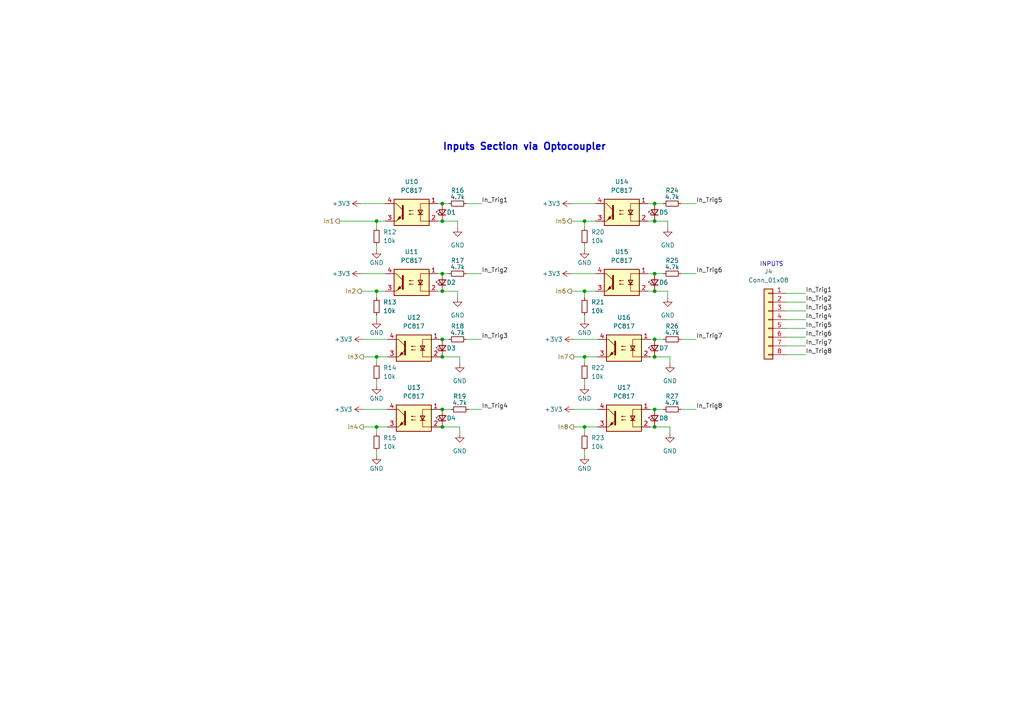
<source format=kicad_sch>
(kicad_sch (version 20231120) (generator "eeschema") (generator_version "8.0")
  (paper "A4")
  (title_block (title "Industrial Input Device") (date "2023-02-04") (rev "v01") (company "Pekaway") (comment 1 "Checked by:  Karl ") (comment 2 "Designed by: Simon ") (comment 3 "Project Lead: Karl ") (comment 4 "Industrial Input Device"))
  (lib_symbols
    (symbol "Connector_Generic:Conn_01x08" (pin_names (offset 1.016) hide)
      (property "Reference" "J" (at 0 10.16 0))
      (property "Value" "Conn_01x08" (at 0 -12.7 0))
      (symbol "Conn_01x08_1_1"
        (rectangle (start -1.27 -10.033) (end 0 -10.287) (stroke (width 0.1524)))
        (rectangle (start -1.27 -7.493) (end 0 -7.747) (stroke (width 0.1524)))
        (rectangle (start -1.27 -4.953) (end 0 -5.207) (stroke (width 0.1524)))
        (rectangle (start -1.27 -2.413) (end 0 -2.667) (stroke (width 0.1524)))
        (rectangle (start -1.27 0.127) (end 0 -0.127) (stroke (width 0.1524)))
        (rectangle (start -1.27 2.667) (end 0 2.413) (stroke (width 0.1524)))
        (rectangle (start -1.27 5.207) (end 0 4.953) (stroke (width 0.1524)))
        (rectangle (start -1.27 7.747) (end 0 7.493) (stroke (width 0.1524)))
        (rectangle (start -1.27 8.89) (end 1.27 -11.43) (stroke (width 0.254)) (fill (type background)))
        (pin passive line (at -5.08 7.62 0) (length 3.81) (name "Pin_1") (number "1"))
        (pin passive line (at -5.08 5.08 0) (length 3.81) (name "Pin_2") (number "2"))
        (pin passive line (at -5.08 2.54 0) (length 3.81) (name "Pin_3") (number "3"))
        (pin passive line (at -5.08 0 0) (length 3.81) (name "Pin_4") (number "4"))
        (pin passive line (at -5.08 -2.54 0) (length 3.81) (name "Pin_5") (number "5"))
        (pin passive line (at -5.08 -5.08 0) (length 3.81) (name "Pin_6") (number "6"))
        (pin passive line (at -5.08 -7.62 0) (length 3.81) (name "Pin_7") (number "7"))
        (pin passive line (at -5.08 -10.16 0) (length 3.81) (name "Pin_8") (number "8"))
      )
    )
    (symbol "Device:LED_Small" (pin_numbers hide) (pin_names (offset 0.254) hide)
      (property "Reference" "D" (at -1.27 3.175 0))
      (property "Value" "LED_Small" (at -4.445 -2.54 0))
      (symbol "LED_Small_0_1"
        (polyline (pts (xy -0.762 -1.016) (xy -0.762 1.016)) (stroke (width 0.254)))
        (polyline (pts (xy 1.016 0) (xy -0.762 0)))
        (polyline (pts (xy 0.762 -1.016) (xy -0.762 0) (xy 0.762 1.016) (xy 0.762 -1.016)) (stroke (width 0.254)))
        (polyline (pts (xy 0 0.762) (xy -0.508 1.27) (xy -0.254 1.27) (xy -0.508 1.27) (xy -0.508 1.016)))
        (polyline (pts (xy 0.508 1.27) (xy 0 1.778) (xy 0.254 1.778) (xy 0 1.778) (xy 0 1.524)))
      )
      (symbol "LED_Small_1_1"
        (pin passive line (at -2.54 0 0) (length 1.778) (name "K") (number "1"))
        (pin passive line (at 2.54 0 180) (length 1.778) (name "A") (number "2"))
      )
    )
    (symbol "Device:R_Small" (pin_numbers hide) (pin_names (offset 0.254) hide)
      (property "Reference" "R" (at 0.762 0.508 0))
      (property "Value" "R_Small" (at 0.762 -1.016 0))
      (symbol "R_Small_0_1"
        (rectangle (start -0.762 1.778) (end 0.762 -1.778) (stroke (width 0.2032)))
      )
      (symbol "R_Small_1_1"
        (pin passive line (at 0 2.54 270) (length 0.762) (name "~") (number "1"))
        (pin passive line (at 0 -2.54 90) (length 0.762) (name "~") (number "2"))
      )
    )
    (symbol "Isolator:PC817" (pin_names (offset 1.016))
      (property "Reference" "U" (at -5.08 5.08 0))
      (property "Value" "PC817" (at 0 5.08 0))
      (symbol "PC817_0_1"
        (rectangle (start -5.08 3.81) (end 5.08 -3.81) (stroke (width 0.254)) (fill (type background)))
        (polyline (pts (xy -3.175 -0.635) (xy -1.905 -0.635)) (stroke (width 0.254)))
        (polyline (pts (xy 2.54 0.635) (xy 4.445 2.54)))
        (polyline (pts (xy 4.445 -2.54) (xy 2.54 -0.635)) (fill (type outline)))
        (polyline (pts (xy 4.445 -2.54) (xy 5.08 -2.54)))
        (polyline (pts (xy 4.445 2.54) (xy 5.08 2.54)))
        (polyline (pts (xy -5.08 2.54) (xy -2.54 2.54) (xy -2.54 -0.635)))
        (polyline (pts (xy -2.54 -0.635) (xy -2.54 -2.54) (xy -5.08 -2.54)))
        (polyline (pts (xy 2.54 1.905) (xy 2.54 -1.905) (xy 2.54 -1.905)) (stroke (width 0.508)))
        (polyline (pts (xy -2.54 -0.635) (xy -3.175 0.635) (xy -1.905 0.635) (xy -2.54 -0.635)) (stroke (width 0.254)))
        (polyline (pts (xy -0.508 -0.508) (xy 0.762 -0.508) (xy 0.381 -0.635) (xy 0.381 -0.381) (xy 0.762 -0.508)))
        (polyline (pts (xy -0.508 0.508) (xy 0.762 0.508) (xy 0.381 0.381) (xy 0.381 0.635) (xy 0.762 0.508)))
        (polyline (pts (xy 3.048 -1.651) (xy 3.556 -1.143) (xy 4.064 -2.159) (xy 3.048 -1.651) (xy 3.048 -1.651)) (fill (type outline)))
      )
      (symbol "PC817_1_1"
        (pin passive line (at -7.62 2.54 0) (length 2.54) (name "~") (number "1"))
        (pin passive line (at -7.62 -2.54 0) (length 2.54) (name "~") (number "2"))
        (pin passive line (at 7.62 -2.54 180) (length 2.54) (name "~") (number "3"))
        (pin passive line (at 7.62 2.54 180) (length 2.54) (name "~") (number "4"))
      )
    )
    (symbol "power:+3V3" (power) (pin_names (offset 0))
      (property "Value" "+3V3" (at 0 3.556 0))
      (symbol "+3V3_0_1"
        (polyline (pts (xy -0.762 1.27) (xy 0 2.54)))
        (polyline (pts (xy 0 0) (xy 0 2.54)))
        (polyline (pts (xy 0 2.54) (xy 0.762 1.27)))
      )
      (symbol "+3V3_1_1"
        (pin power_in line (at 0 0 90) (length 0) hide (name "+3V3") (number "1"))
      )
    )
    (symbol "power:GND" (power) (pin_names (offset 0))
      (property "Value" "GND" (at 0 -3.81 0))
      (symbol "GND_0_1"
        (polyline (pts (xy 0 0) (xy 0 -1.27) (xy 1.27 -1.27) (xy 0 -2.54) (xy -1.27 -1.27) (xy 0 -1.27)))
      )
      (symbol "GND_1_1"
        (pin power_in line (at 0 0 270) (length 0) hide (name "GND") (number "1"))
      )
    )
  )
  (junction (at 189.865 64.135))
  (junction (at 128.27 118.745))
  (junction (at 169.545 103.505))
  (junction (at 169.545 84.455))
  (junction (at 109.22 84.455))
  (junction (at 128.27 79.375))
  (junction (at 189.865 84.455))
  (junction (at 189.865 98.425))
  (junction (at 128.27 103.505))
  (junction (at 128.27 98.425))
  (junction (at 189.865 79.375))
  (junction (at 189.865 123.825))
  (junction (at 109.22 103.505))
  (junction (at 109.22 64.135))
  (junction (at 189.865 59.055))
  (junction (at 109.22 123.825))
  (junction (at 128.27 64.135))
  (junction (at 169.545 64.135))
  (junction (at 128.27 59.055))
  (junction (at 128.27 123.825))
  (junction (at 128.27 84.455))
  (junction (at 189.865 103.505))
  (junction (at 189.865 118.745))
  (junction (at 169.545 123.825))
  (wire (pts (xy 109.22 84.455) (xy 104.775 84.455)))
  (wire (pts (xy 130.175 98.425) (xy 128.27 98.425)))
  (wire (pts (xy 172.72 79.375) (xy 165.735 79.375)))
  (wire (pts (xy 189.865 103.505) (xy 194.31 103.505)))
  (wire (pts (xy 109.22 71.12) (xy 109.22 72.39)))
  (wire (pts (xy 112.395 103.505) (xy 109.22 103.505)))
  (wire (pts (xy 172.72 59.055) (xy 165.735 59.055)))
  (wire (pts (xy 111.76 79.375) (xy 104.775 79.375)))
  (wire (pts (xy 192.405 98.425) (xy 189.865 98.425)))
  (wire (pts (xy 169.545 103.505) (xy 169.545 105.41)))
  (wire (pts (xy 98.425 64.135) (xy 109.22 64.135)))
  (wire (pts (xy 111.76 64.135) (xy 109.22 64.135)))
  (wire (pts (xy 128.27 84.455) (xy 132.715 84.455)))
  (wire (pts (xy 201.93 98.425) (xy 197.485 98.425)))
  (wire (pts (xy 201.93 79.375) (xy 197.485 79.375)))
  (wire (pts (xy 189.865 84.455) (xy 193.675 84.455)))
  (wire (pts (xy 127 64.135) (xy 128.27 64.135)))
  (wire (pts (xy 188.595 103.505) (xy 189.865 103.505)))
  (wire (pts (xy 192.405 79.375) (xy 189.865 79.375)))
  (wire (pts (xy 172.72 64.135) (xy 169.545 64.135)))
  (wire (pts (xy 227.965 85.09) (xy 233.68 85.09)))
  (wire (pts (xy 227.965 90.17) (xy 233.68 90.17)))
  (wire (pts (xy 189.865 59.055) (xy 187.96 59.055)))
  (wire (pts (xy 172.72 84.455) (xy 169.545 84.455)))
  (wire (pts (xy 132.715 84.455) (xy 132.715 86.36)))
  (wire (pts (xy 173.355 123.825) (xy 169.545 123.825)))
  (wire (pts (xy 139.7 59.055) (xy 135.255 59.055)))
  (wire (pts (xy 189.865 118.745) (xy 188.595 118.745)))
  (wire (pts (xy 227.965 95.25) (xy 233.68 95.25)))
  (wire (pts (xy 201.93 118.745) (xy 197.485 118.745)))
  (wire (pts (xy 169.545 91.44) (xy 169.545 92.71)))
  (wire (pts (xy 109.22 123.825) (xy 109.22 125.73)))
  (wire (pts (xy 227.965 87.63) (xy 233.68 87.63)))
  (wire (pts (xy 173.355 98.425) (xy 166.37 98.425)))
  (wire (pts (xy 111.76 59.055) (xy 104.775 59.055)))
  (wire (pts (xy 192.405 59.055) (xy 189.865 59.055)))
  (wire (pts (xy 227.965 92.71) (xy 233.68 92.71)))
  (wire (pts (xy 169.545 71.12) (xy 169.545 72.39)))
  (wire (pts (xy 128.27 103.505) (xy 133.35 103.505)))
  (wire (pts (xy 109.22 91.44) (xy 109.22 92.71)))
  (wire (pts (xy 109.22 110.49) (xy 109.22 111.76)))
  (wire (pts (xy 128.27 64.135) (xy 132.715 64.135)))
  (wire (pts (xy 169.545 64.135) (xy 165.735 64.135)))
  (wire (pts (xy 128.27 123.825) (xy 133.35 123.825)))
  (wire (pts (xy 130.175 79.375) (xy 128.27 79.375)))
  (wire (pts (xy 194.31 123.825) (xy 194.31 125.73)))
  (wire (pts (xy 139.7 79.375) (xy 135.255 79.375)))
  (wire (pts (xy 187.96 79.375) (xy 189.865 79.375)))
  (wire (pts (xy 201.93 59.055) (xy 197.485 59.055)))
  (wire (pts (xy 169.545 84.455) (xy 169.545 86.36)))
  (wire (pts (xy 109.22 84.455) (xy 109.22 86.36)))
  (wire (pts (xy 187.96 64.135) (xy 189.865 64.135)))
  (wire (pts (xy 112.395 118.745) (xy 105.41 118.745)))
  (wire (pts (xy 112.395 98.425) (xy 105.41 98.425)))
  (wire (pts (xy 132.715 64.135) (xy 132.715 66.04)))
  (wire (pts (xy 128.27 98.425) (xy 127.635 98.425)))
  (wire (pts (xy 111.76 84.455) (xy 109.22 84.455)))
  (wire (pts (xy 169.545 64.135) (xy 169.545 66.04)))
  (wire (pts (xy 173.355 118.745) (xy 166.37 118.745)))
  (wire (pts (xy 189.865 123.825) (xy 194.31 123.825)))
  (wire (pts (xy 169.545 84.455) (xy 165.735 84.455)))
  (wire (pts (xy 128.27 118.745) (xy 127.635 118.745)))
  (wire (pts (xy 127.635 103.505) (xy 128.27 103.505)))
  (wire (pts (xy 127.635 123.825) (xy 128.27 123.825)))
  (wire (pts (xy 130.81 118.745) (xy 128.27 118.745)))
  (wire (pts (xy 193.675 64.135) (xy 193.675 66.04)))
  (wire (pts (xy 169.545 110.49) (xy 169.545 111.76)))
  (wire (pts (xy 133.35 123.825) (xy 133.35 125.73)))
  (wire (pts (xy 128.27 59.055) (xy 130.175 59.055)))
  (wire (pts (xy 227.965 97.79) (xy 233.68 97.79)))
  (wire (pts (xy 169.545 130.81) (xy 169.545 132.08)))
  (wire (pts (xy 112.395 123.825) (xy 109.22 123.825)))
  (wire (pts (xy 139.7 118.745) (xy 135.89 118.745)))
  (wire (pts (xy 139.7 98.425) (xy 135.255 98.425)))
  (wire (pts (xy 187.96 84.455) (xy 189.865 84.455)))
  (wire (pts (xy 192.405 118.745) (xy 189.865 118.745)))
  (wire (pts (xy 227.965 100.33) (xy 233.68 100.33)))
  (wire (pts (xy 169.545 103.505) (xy 166.37 103.505)))
  (wire (pts (xy 169.545 123.825) (xy 169.545 125.73)))
  (wire (pts (xy 193.675 84.455) (xy 193.675 86.36)))
  (wire (pts (xy 133.35 103.505) (xy 133.35 105.41)))
  (wire (pts (xy 188.595 123.825) (xy 189.865 123.825)))
  (wire (pts (xy 127 59.055) (xy 128.27 59.055)))
  (wire (pts (xy 189.865 64.135) (xy 193.675 64.135)))
  (wire (pts (xy 194.31 103.505) (xy 194.31 105.41)))
  (wire (pts (xy 127 84.455) (xy 128.27 84.455)))
  (wire (pts (xy 173.355 103.505) (xy 169.545 103.505)))
  (wire (pts (xy 169.545 123.825) (xy 166.37 123.825)))
  (wire (pts (xy 109.22 103.505) (xy 105.41 103.505)))
  (wire (pts (xy 109.22 103.505) (xy 109.22 105.41)))
  (wire (pts (xy 227.965 102.87) (xy 233.68 102.87)))
  (wire (pts (xy 128.27 79.375) (xy 127 79.375)))
  (wire (pts (xy 109.22 123.825) (xy 105.41 123.825)))
  (wire (pts (xy 109.22 130.81) (xy 109.22 132.08)))
  (wire (pts (xy 189.865 98.425) (xy 188.595 98.425)))
  (wire (pts (xy 109.22 64.135) (xy 109.22 66.04)))
  (text "INPUTS" (at 220.345 77.47 0) (effects (font (size 1.27 1.27)) (justify left bottom)))
  (text "Inputs Section via Optocoupler" (at 175.895 43.815 0) (effects (font (size 2 2) (bold yes)) (justify right bottom)))
  (label "In_Trig4" (at 139.7 118.745 0))
  (label "In_Trig2" (at 233.68 87.63 0))
  (label "In_Trig7" (at 201.93 98.425 0))
  (label "In_Trig7" (at 233.68 100.33 0))
  (label "In_Trig3" (at 139.7 98.425 0))
  (label "In_Trig6" (at 201.93 79.375 0))
  (label "In_Trig6" (at 233.68 97.79 0))
  (label "In_Trig8" (at 201.93 118.745 0))
  (label "In_Trig3" (at 233.68 90.17 0))
  (label "In_Trig5" (at 201.93 59.055 0))
  (label "In_Trig2" (at 139.7 79.375 0))
  (label "In_Trig5" (at 233.68 95.25 0))
  (label "In_Trig1" (at 233.68 85.09 0))
  (label "In_Trig1" (at 139.7 59.055 0))
  (label "In_Trig4" (at 233.68 92.71 0))
  (label "In_Trig8" (at 233.68 102.87 0))
  (hierarchical_label "In7" (shape output) (at 166.37 103.505 180))
  (hierarchical_label "In4" (shape output) (at 105.41 123.825 180))
  (hierarchical_label "In2" (shape output) (at 104.775 84.455 180))
  (hierarchical_label "In6" (shape output) (at 165.735 84.455 180))
  (hierarchical_label "In8" (shape output) (at 166.37 123.825 180))
  (hierarchical_label "In5" (shape output) (at 165.735 64.135 180))
  (hierarchical_label "In3" (shape output) (at 105.41 103.505 180))
  (hierarchical_label "In1" (shape output) (at 98.425 64.135 180))
  (symbol (lib_id "Device:R_Small") (at 194.945 98.425 90) (unit 1)
    (property "Reference" "R26" (at 194.945 94.615 90))
    (property "Value" "4.7k" (at 194.945 96.52 90))
    (property "Footprint" "Resistor_SMD:R_0603_1608Metric" (effects (hide yes)))
  )
  (symbol (lib_id "Device:LED_Small") (at 189.865 100.965 90) (unit 1)
    (property "Reference" "D7" (at 191.135 100.965 90) (effects (justify right)))
    (property "Value" "LED_Small" (effects (hide yes)))
    (property "Footprint" "LED_SMD:LED_0603_1608Metric" (effects (hide yes)))
  )
  (symbol (lib_id "Isolator:PC817") (at 180.34 81.915 0) (mirror y) (unit 1)
    (property "Reference" "U15" (at 180.34 73.025 0))
    (property "Value" "PC817" (at 180.34 75.565 0))
    (property "Footprint" "Package_DIP:SMDIP-4_W7.62mm-updated" (effects (hide yes)))
    (property "Datasheet" "http://www.soselectronic.cz/a_info/resource/d/pc817.pdf" (effects (hide yes)))
  )
  (symbol (lib_id "Device:R_Small") (at 194.945 79.375 90) (unit 1)
    (property "Reference" "R25" (at 194.945 75.565 90))
    (property "Value" "4.7k" (at 194.945 77.47 90))
    (property "Footprint" "Resistor_SMD:R_0603_1608Metric" (effects (hide yes)))
  )
  (symbol (lib_id "power:GND") (at 109.22 92.71 0) (unit 1)
    (property "Reference" "#PWR038" (effects (hide yes)))
    (property "Value" "GND" (at 109.22 96.52 0))
  )
  (symbol (lib_id "power:GND") (at 109.22 111.76 0) (unit 1)
    (property "Reference" "#PWR039" (effects (hide yes)))
    (property "Value" "GND" (at 109.22 115.57 0))
  )
  (symbol (lib_id "Device:R_Small") (at 132.715 98.425 90) (unit 1)
    (property "Reference" "R18" (at 132.715 94.615 90))
    (property "Value" "4.7k" (at 132.715 96.52 90))
    (property "Footprint" "Resistor_SMD:R_0603_1608Metric" (effects (hide yes)))
  )
  (symbol (lib_id "power:+3V3") (at 166.37 118.745 90) (unit 1)
    (property "Reference" "#PWR048" (effects (hide yes)))
    (property "Value" "+3V3" (at 163.195 118.7449 90) (effects (justify left)))
  )
  (symbol (lib_id "power:GND") (at 194.31 125.73 0) (mirror y) (unit 1)
    (property "Reference" "#PWR056" (effects (hide yes)))
    (property "Value" "GND" (at 194.31 130.81 0))
  )
  (symbol (lib_id "Device:R_Small") (at 169.545 68.58 0) (unit 1)
    (property "Reference" "R20" (at 171.45 67.3099 0) (effects (justify left)))
    (property "Value" "10k" (at 171.45 69.8499 0) (effects (justify left)))
    (property "Footprint" "Resistor_SMD:R_0603_1608Metric" (effects (hide yes)))
  )
  (symbol (lib_id "Isolator:PC817") (at 180.34 61.595 0) (mirror y) (unit 1)
    (property "Reference" "U14" (at 180.34 52.705 0))
    (property "Value" "PC817" (at 180.34 55.245 0))
    (property "Footprint" "Package_DIP:SMDIP-4_W7.62mm-updated" (effects (hide yes)))
    (property "Datasheet" "http://www.soselectronic.cz/a_info/resource/d/pc817.pdf" (effects (hide yes)))
  )
  (symbol (lib_id "power:GND") (at 193.675 66.04 0) (mirror y) (unit 1)
    (property "Reference" "#PWR053" (effects (hide yes)))
    (property "Value" "GND" (at 193.675 71.12 0))
  )
  (symbol (lib_id "Device:R_Small") (at 132.715 79.375 90) (unit 1)
    (property "Reference" "R17" (at 132.715 75.565 90))
    (property "Value" "4.7k" (at 132.715 77.47 90))
    (property "Footprint" "Resistor_SMD:R_0603_1608Metric" (effects (hide yes)))
  )
  (symbol (lib_id "power:GND") (at 133.35 125.73 0) (mirror y) (unit 1)
    (property "Reference" "#PWR044" (effects (hide yes)))
    (property "Value" "GND" (at 133.35 130.81 0))
  )
  (symbol (lib_id "power:GND") (at 193.675 86.36 0) (mirror y) (unit 1)
    (property "Reference" "#PWR054" (effects (hide yes)))
    (property "Value" "GND" (at 193.675 91.44 0))
  )
  (symbol (lib_id "power:GND") (at 169.545 72.39 0) (unit 1)
    (property "Reference" "#PWR049" (effects (hide yes)))
    (property "Value" "GND" (at 169.545 76.2 0))
  )
  (symbol (lib_id "power:+3V3") (at 104.775 59.055 90) (unit 1)
    (property "Reference" "#PWR033" (effects (hide yes)))
    (property "Value" "+3V3" (at 101.6 59.0549 90) (effects (justify left)))
  )
  (symbol (lib_id "power:GND") (at 169.545 92.71 0) (unit 1)
    (property "Reference" "#PWR050" (effects (hide yes)))
    (property "Value" "GND" (at 169.545 96.52 0))
  )
  (symbol (lib_id "power:+3V3") (at 166.37 98.425 90) (unit 1)
    (property "Reference" "#PWR047" (effects (hide yes)))
    (property "Value" "+3V3" (at 163.195 98.4249 90) (effects (justify left)))
  )
  (symbol (lib_id "Isolator:PC817") (at 180.975 121.285 0) (mirror y) (unit 1)
    (property "Reference" "U17" (at 180.975 112.395 0))
    (property "Value" "PC817" (at 180.975 114.935 0))
    (property "Footprint" "Package_DIP:SMDIP-4_W7.62mm-updated" (effects (hide yes)))
    (property "Datasheet" "http://www.soselectronic.cz/a_info/resource/d/pc817.pdf" (effects (hide yes)))
  )
  (symbol (lib_id "power:GND") (at 133.35 105.41 0) (mirror y) (unit 1)
    (property "Reference" "#PWR043" (effects (hide yes)))
    (property "Value" "GND" (at 133.35 110.49 0))
  )
  (symbol (lib_id "Device:R_Small") (at 194.945 59.055 90) (unit 1)
    (property "Reference" "R24" (at 194.945 55.245 90))
    (property "Value" "4.7k" (at 194.945 57.15 90))
    (property "Footprint" "Resistor_SMD:R_0603_1608Metric" (effects (hide yes)))
  )
  (symbol (lib_id "Device:R_Small") (at 109.22 68.58 0) (unit 1)
    (property "Reference" "R12" (at 111.125 67.3099 0) (effects (justify left)))
    (property "Value" "10k" (at 111.125 69.8499 0) (effects (justify left)))
    (property "Footprint" "Resistor_SMD:R_0603_1608Metric" (effects (hide yes)))
  )
  (symbol (lib_id "power:GND") (at 169.545 132.08 0) (unit 1)
    (property "Reference" "#PWR052" (effects (hide yes)))
    (property "Value" "GND" (at 169.545 135.89 0))
  )
  (symbol (lib_id "Device:LED_Small") (at 189.865 61.595 90) (unit 1)
    (property "Reference" "D5" (at 191.135 61.595 90) (effects (justify right)))
    (property "Value" "LED_Small" (effects (hide yes)))
    (property "Footprint" "LED_SMD:LED_0603_1608Metric" (effects (hide yes)))
  )
  (symbol (lib_id "power:+3V3") (at 105.41 98.425 90) (unit 1)
    (property "Reference" "#PWR035" (effects (hide yes)))
    (property "Value" "+3V3" (at 102.235 98.4249 90) (effects (justify left)))
  )
  (symbol (lib_id "Device:R_Small") (at 109.22 107.95 0) (unit 1)
    (property "Reference" "R14" (at 111.125 106.6799 0) (effects (justify left)))
    (property "Value" "10k" (at 111.125 109.2199 0) (effects (justify left)))
    (property "Footprint" "Resistor_SMD:R_0603_1608Metric" (effects (hide yes)))
  )
  (symbol (lib_id "Device:R_Small") (at 132.715 59.055 90) (unit 1)
    (property "Reference" "R16" (at 132.715 55.245 90))
    (property "Value" "4.7k" (at 132.715 57.15 90))
    (property "Footprint" "Resistor_SMD:R_0603_1608Metric" (effects (hide yes)))
  )
  (symbol (lib_id "power:+3V3") (at 104.775 79.375 90) (unit 1)
    (property "Reference" "#PWR034" (effects (hide yes)))
    (property "Value" "+3V3" (at 101.6 79.3749 90) (effects (justify left)))
  )
  (symbol (lib_id "power:GND") (at 132.715 86.36 0) (mirror y) (unit 1)
    (property "Reference" "#PWR042" (effects (hide yes)))
    (property "Value" "GND" (at 132.715 91.44 0))
  )
  (symbol (lib_id "power:GND") (at 109.22 132.08 0) (unit 1)
    (property "Reference" "#PWR040" (effects (hide yes)))
    (property "Value" "GND" (at 109.22 135.89 0))
  )
  (symbol (lib_id "Isolator:PC817") (at 120.015 121.285 0) (mirror y) (unit 1)
    (property "Reference" "U13" (at 120.015 112.395 0))
    (property "Value" "PC817" (at 120.015 114.935 0))
    (property "Footprint" "Package_DIP:SMDIP-4_W7.62mm-updated" (effects (hide yes)))
    (property "Datasheet" "http://www.soselectronic.cz/a_info/resource/d/pc817.pdf" (effects (hide yes)))
  )
  (symbol (lib_id "power:+3V3") (at 105.41 118.745 90) (unit 1)
    (property "Reference" "#PWR036" (effects (hide yes)))
    (property "Value" "+3V3" (at 102.235 118.7449 90) (effects (justify left)))
  )
  (symbol (lib_id "Device:LED_Small") (at 128.27 81.915 90) (unit 1)
    (property "Reference" "D2" (at 129.54 81.915 90) (effects (justify right)))
    (property "Value" "LED_Small" (effects (hide yes)))
    (property "Footprint" "LED_SMD:LED_0603_1608Metric" (effects (hide yes)))
  )
  (symbol (lib_id "power:GND") (at 169.545 111.76 0) (unit 1)
    (property "Reference" "#PWR051" (effects (hide yes)))
    (property "Value" "GND" (at 169.545 115.57 0))
  )
  (symbol (lib_id "Device:LED_Small") (at 128.27 100.965 90) (unit 1)
    (property "Reference" "D3" (at 129.54 100.965 90) (effects (justify right)))
    (property "Value" "LED_Small" (effects (hide yes)))
    (property "Footprint" "LED_SMD:LED_0603_1608Metric" (effects (hide yes)))
  )
  (symbol (lib_id "Isolator:PC817") (at 119.38 81.915 0) (mirror y) (unit 1)
    (property "Reference" "U11" (at 119.38 73.025 0))
    (property "Value" "PC817" (at 119.38 75.565 0))
    (property "Footprint" "Package_DIP:SMDIP-4_W7.62mm-updated" (effects (hide yes)))
    (property "Datasheet" "http://www.soselectronic.cz/a_info/resource/d/pc817.pdf" (effects (hide yes)))
  )
  (symbol (lib_id "Device:LED_Small") (at 128.27 61.595 90) (unit 1)
    (property "Reference" "D1" (at 129.54 61.595 90) (effects (justify right)))
    (property "Value" "LED_Small" (effects (hide yes)))
    (property "Footprint" "LED_SMD:LED_0603_1608Metric" (effects (hide yes)))
  )
  (symbol (lib_id "power:GND") (at 109.22 72.39 0) (unit 1)
    (property "Reference" "#PWR037" (effects (hide yes)))
    (property "Value" "GND" (at 109.22 76.2 0))
  )
  (symbol (lib_id "Device:LED_Small") (at 189.865 121.285 90) (unit 1)
    (property "Reference" "D8" (at 191.135 121.285 90) (effects (justify right)))
    (property "Value" "LED_Small" (effects (hide yes)))
    (property "Footprint" "LED_SMD:LED_0603_1608Metric" (effects (hide yes)))
  )
  (symbol (lib_id "Device:R_Small") (at 169.545 128.27 0) (unit 1)
    (property "Reference" "R23" (at 171.45 126.9999 0) (effects (justify left)))
    (property "Value" "10k" (at 171.45 129.5399 0) (effects (justify left)))
    (property "Footprint" "Resistor_SMD:R_0603_1608Metric" (effects (hide yes)))
  )
  (symbol (lib_id "Device:LED_Small") (at 189.865 81.915 90) (unit 1)
    (property "Reference" "D6" (at 191.135 81.915 90) (effects (justify right)))
    (property "Value" "LED_Small" (effects (hide yes)))
    (property "Footprint" "LED_SMD:LED_0603_1608Metric" (effects (hide yes)))
  )
  (symbol (lib_id "power:GND") (at 132.715 66.04 0) (mirror y) (unit 1)
    (property "Reference" "#PWR041" (effects (hide yes)))
    (property "Value" "GND" (at 132.715 71.12 0))
  )
  (symbol (lib_id "Device:R_Small") (at 109.22 88.9 0) (unit 1)
    (property "Reference" "R13" (at 111.125 87.6299 0) (effects (justify left)))
    (property "Value" "10k" (at 111.125 90.1699 0) (effects (justify left)))
    (property "Footprint" "Resistor_SMD:R_0603_1608Metric" (effects (hide yes)))
  )
  (symbol (lib_id "Isolator:PC817") (at 119.38 61.595 0) (mirror y) (unit 1)
    (property "Reference" "U10" (at 119.38 52.705 0))
    (property "Value" "PC817" (at 119.38 55.245 0))
    (property "Footprint" "Package_DIP:SMDIP-4_W7.62mm-updated" (effects (hide yes)))
    (property "Datasheet" "http://www.soselectronic.cz/a_info/resource/d/pc817.pdf" (effects (hide yes)))
  )
  (symbol (lib_id "Device:LED_Small") (at 128.27 121.285 90) (unit 1)
    (property "Reference" "D4" (at 129.54 121.285 90) (effects (justify right)))
    (property "Value" "LED_Small" (effects (hide yes)))
    (property "Footprint" "LED_SMD:LED_0603_1608Metric" (effects (hide yes)))
  )
  (symbol (lib_id "power:+3V3") (at 165.735 79.375 90) (unit 1)
    (property "Reference" "#PWR046" (effects (hide yes)))
    (property "Value" "+3V3" (at 162.56 79.3749 90) (effects (justify left)))
  )
  (symbol (lib_id "Device:R_Small") (at 194.945 118.745 90) (unit 1)
    (property "Reference" "R27" (at 194.945 114.935 90))
    (property "Value" "4.7k" (at 194.945 116.84 90))
    (property "Footprint" "Resistor_SMD:R_0603_1608Metric" (effects (hide yes)))
  )
  (symbol (lib_id "Device:R_Small") (at 169.545 107.95 0) (unit 1)
    (property "Reference" "R22" (at 171.45 106.6799 0) (effects (justify left)))
    (property "Value" "10k" (at 171.45 109.2199 0) (effects (justify left)))
    (property "Footprint" "Resistor_SMD:R_0603_1608Metric" (effects (hide yes)))
  )
  (symbol (lib_id "Device:R_Small") (at 169.545 88.9 0) (unit 1)
    (property "Reference" "R21" (at 171.45 87.6299 0) (effects (justify left)))
    (property "Value" "10k" (at 171.45 90.1699 0) (effects (justify left)))
    (property "Footprint" "Resistor_SMD:R_0603_1608Metric" (effects (hide yes)))
  )
  (symbol (lib_id "Device:R_Small") (at 109.22 128.27 0) (unit 1)
    (property "Reference" "R15" (at 111.125 126.9999 0) (effects (justify left)))
    (property "Value" "10k" (at 111.125 129.5399 0) (effects (justify left)))
    (property "Footprint" "Resistor_SMD:R_0603_1608Metric" (effects (hide yes)))
  )
  (symbol (lib_id "power:GND") (at 194.31 105.41 0) (mirror y) (unit 1)
    (property "Reference" "#PWR055" (effects (hide yes)))
    (property "Value" "GND" (at 194.31 110.49 0))
  )
  (symbol (lib_id "Isolator:PC817") (at 120.015 100.965 0) (mirror y) (unit 1)
    (property "Reference" "U12" (at 120.015 92.075 0))
    (property "Value" "PC817" (at 120.015 94.615 0))
    (property "Footprint" "Package_DIP:SMDIP-4_W7.62mm-updated" (effects (hide yes)))
    (property "Datasheet" "http://www.soselectronic.cz/a_info/resource/d/pc817.pdf" (effects (hide yes)))
  )
  (symbol (lib_id "Device:R_Small") (at 133.35 118.745 90) (unit 1)
    (property "Reference" "R19" (at 133.35 114.935 90))
    (property "Value" "4.7k" (at 133.35 116.84 90))
    (property "Footprint" "Resistor_SMD:R_0603_1608Metric" (effects (hide yes)))
  )
  (symbol (lib_id "Isolator:PC817") (at 180.975 100.965 0) (mirror y) (unit 1)
    (property "Reference" "U16" (at 180.975 92.075 0))
    (property "Value" "PC817" (at 180.975 94.615 0))
    (property "Footprint" "Package_DIP:SMDIP-4_W7.62mm-updated" (effects (hide yes)))
    (property "Datasheet" "http://www.soselectronic.cz/a_info/resource/d/pc817.pdf" (effects (hide yes)))
  )
  (symbol (lib_id "power:+3V3") (at 165.735 59.055 90) (unit 1)
    (property "Reference" "#PWR045" (effects (hide yes)))
    (property "Value" "+3V3" (at 162.56 59.0549 90) (effects (justify left)))
  )
  (symbol (lib_id "Connector_Generic:Conn_01x08") (at 222.885 92.71 0) (mirror y) (unit 1)
    (property "Reference" "J4" (at 222.885 78.74 0))
    (property "Value" "Conn_01x08" (at 222.885 81.28 0))
    (property "Footprint" "Connector_Phoenix_MC:PhoenixContact_MC_1,5_8-G-3.81_1x08_P3.81mm_Horizontal" (effects (hide yes)))
  )
)
</source>
